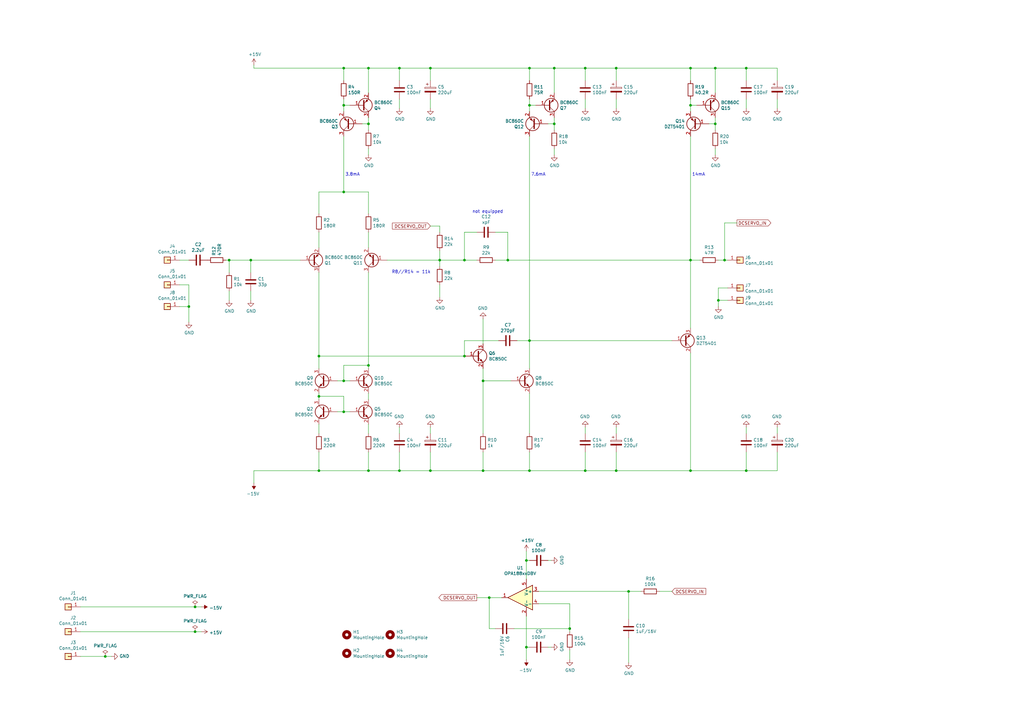
<source format=kicad_sch>
(kicad_sch (version 20211123) (generator eeschema)
  (paper "A3")
  (title_block (title "Discrete Pre-Amp") (date "2022-10-29") (rev "V7 BC850C/BC860C"))
  (lib_symbols
    (symbol "Amplifier_Operational:OPA188xxDBV" (pin_names (offset 0.127))
      (property "Reference" "U" (at 0 5.08 0))
      (property "Value" "OPA188xxDBV" (at 0 -5.08 0))
      (symbol "OPA188xxDBV_0_1"
        (polyline (pts (xy -5.08 5.08) (xy 5.08 0) (xy -5.08 -5.08) (xy -5.08 5.08)) (stroke (width 0.254)) (fill (type background)))
        (pin power_in line (at -2.54 -7.62 90) (length 3.81) (name "V-") (number "2"))
        (pin power_in line (at -2.54 7.62 270) (length 3.81) (name "V+") (number "5"))
      )
      (symbol "OPA188xxDBV_1_1"
        (pin output line (at 7.62 0 180) (length 2.54) (name "~") (number "1"))
        (pin input line (at -7.62 2.54 0) (length 2.54) (name "+") (number "3"))
        (pin input line (at -7.62 -2.54 0) (length 2.54) (name "-") (number "4"))
      )
    )
    (symbol "Connector_Generic:Conn_01x01" (pin_names (offset 1.016) hide)
      (property "Reference" "J" (at 0 2.54 0))
      (property "Value" "Conn_01x01" (at 0 -2.54 0))
      (symbol "Conn_01x01_1_1"
        (rectangle (start -1.27 0.127) (end 0 -0.127) (stroke (width 0.1524)))
        (rectangle (start -1.27 1.27) (end 1.27 -1.27) (stroke (width 0.254)) (fill (type background)))
        (pin passive line (at -5.08 0 0) (length 3.81) (name "Pin_1") (number "1"))
      )
    )
    (symbol "Device:C" (pin_numbers hide) (pin_names (offset 0.254))
      (property "Reference" "C" (at 0.635 2.54 0))
      (property "Value" "C" (at 0.635 -2.54 0))
      (symbol "C_0_1"
        (polyline (pts (xy -2.032 -0.762) (xy 2.032 -0.762)) (stroke (width 0.508)))
        (polyline (pts (xy -2.032 0.762) (xy 2.032 0.762)) (stroke (width 0.508)))
      )
      (symbol "C_1_1"
        (pin passive line (at 0 3.81 270) (length 2.794) (name "~") (number "1"))
        (pin passive line (at 0 -3.81 90) (length 2.794) (name "~") (number "2"))
      )
    )
    (symbol "Device:C_Polarized" (pin_numbers hide) (pin_names (offset 0.254))
      (property "Reference" "C" (at 0.635 2.54 0))
      (property "Value" "C_Polarized" (at 0.635 -2.54 0))
      (symbol "C_Polarized_0_1"
        (rectangle (start -2.286 0.508) (end 2.286 1.016))
        (polyline (pts (xy -1.778 2.286) (xy -0.762 2.286)))
        (polyline (pts (xy -1.27 2.794) (xy -1.27 1.778)))
        (rectangle (start 2.286 -0.508) (end -2.286 -1.016) (fill (type outline)))
      )
      (symbol "C_Polarized_1_1"
        (pin passive line (at 0 3.81 270) (length 2.794) (name "~") (number "1"))
        (pin passive line (at 0 -3.81 90) (length 2.794) (name "~") (number "2"))
      )
    )
    (symbol "Device:R" (pin_numbers hide) (pin_names (offset 0))
      (property "Reference" "R" (at 2.032 0 90))
      (property "Value" "R" (at 0 0 90))
      (symbol "R_0_1"
        (rectangle (start -1.016 -2.54) (end 1.016 2.54) (stroke (width 0.254)))
      )
      (symbol "R_1_1"
        (pin passive line (at 0 3.81 270) (length 1.27) (name "~") (number "1"))
        (pin passive line (at 0 -3.81 90) (length 1.27) (name "~") (number "2"))
      )
    )
    (symbol "Mechanical:MountingHole" (pin_names (offset 1.016))
      (property "Reference" "H" (at 0 5.08 0))
      (property "Value" "MountingHole" (at 0 3.175 0))
      (symbol "MountingHole_0_1"
        (circle (center 0 0) (radius 1.27) (stroke (width 1.27)))
      )
    )
    (symbol "Transistor_BJT:BC850" (pin_names (offset 0) hide)
      (property "Reference" "Q" (at 5.08 1.905 0))
      (property "Value" "BC850" (at 5.08 0 0))
      (symbol "BC850_0_1"
        (polyline (pts (xy 0.635 0.635) (xy 2.54 2.54)))
        (polyline (pts (xy 0.635 -0.635) (xy 2.54 -2.54) (xy 2.54 -2.54)))
        (polyline (pts (xy 0.635 1.905) (xy 0.635 -1.905) (xy 0.635 -1.905)) (stroke (width 0.508)))
        (polyline (pts (xy 1.27 -1.778) (xy 1.778 -1.27) (xy 2.286 -2.286) (xy 1.27 -1.778) (xy 1.27 -1.778)) (fill (type outline)))
        (circle (center 1.27 0) (radius 2.8194) (stroke (width 0.254)))
      )
      (symbol "BC850_1_1"
        (pin input line (at -5.08 0 0) (length 5.715) (name "B") (number "1"))
        (pin passive line (at 2.54 -5.08 90) (length 2.54) (name "E") (number "2"))
        (pin passive line (at 2.54 5.08 270) (length 2.54) (name "C") (number "3"))
      )
    )
    (symbol "Transistor_BJT:BC860" (pin_names (offset 0) hide)
      (property "Reference" "Q" (at 5.08 1.905 0))
      (property "Value" "BC860" (at 5.08 0 0))
      (symbol "BC860_0_1"
        (polyline (pts (xy 0.635 0.635) (xy 2.54 2.54)))
        (polyline (pts (xy 0.635 -0.635) (xy 2.54 -2.54) (xy 2.54 -2.54)))
        (polyline (pts (xy 0.635 1.905) (xy 0.635 -1.905) (xy 0.635 -1.905)) (stroke (width 0.508)))
        (polyline (pts (xy 2.286 -1.778) (xy 1.778 -2.286) (xy 1.27 -1.27) (xy 2.286 -1.778) (xy 2.286 -1.778)) (fill (type outline)))
        (circle (center 1.27 0) (radius 2.8194) (stroke (width 0.254)))
      )
      (symbol "BC860_1_1"
        (pin input line (at -5.08 0 0) (length 5.715) (name "B") (number "1"))
        (pin passive line (at 2.54 -5.08 90) (length 2.54) (name "E") (number "2"))
        (pin passive line (at 2.54 5.08 270) (length 2.54) (name "C") (number "3"))
      )
    )
    (symbol "kicad-snk:DZT5401" (pin_names (offset 0) hide)
      (property "Reference" "Q" (at 5.08 1.905 0))
      (property "Value" "kicad-snk_DZT5401" (at 5.08 0 0))
      (symbol "DZT5401_0_1"
        (polyline (pts (xy 0.635 0.635) (xy 2.54 2.54)))
        (polyline (pts (xy 0.635 -0.635) (xy 2.54 -2.54) (xy 2.54 -2.54)))
        (polyline (pts (xy 0.635 1.905) (xy 0.635 -1.905) (xy 0.635 -1.905)) (stroke (width 0.508)))
        (polyline (pts (xy 2.286 -1.778) (xy 1.778 -2.286) (xy 1.27 -1.27) (xy 2.286 -1.778) (xy 2.286 -1.778)) (fill (type outline)))
        (circle (center 1.27 0) (radius 2.8194) (stroke (width 0.254)))
      )
      (symbol "DZT5401_1_1"
        (pin input line (at -5.08 0 0) (length 5.715) (name "B") (number "1"))
        (pin passive line (at 2.54 5.08 270) (length 2.54) (name "C") (number "2"))
        (pin passive line (at 2.54 -5.08 90) (length 2.54) (name "E") (number "3"))
      )
    )
    (symbol "power:+15V" (power) (pin_names (offset 0))
      (property "Value" "+15V" (at 0 3.556 0))
      (symbol "+15V_0_1"
        (polyline (pts (xy -0.762 1.27) (xy 0 2.54)))
        (polyline (pts (xy 0 0) (xy 0 2.54)))
        (polyline (pts (xy 0 2.54) (xy 0.762 1.27)))
      )
      (symbol "+15V_1_1"
        (pin power_in line (at 0 0 90) (length 0) hide (name "+15V") (number "1"))
      )
    )
    (symbol "power:-15V" (power) (pin_names (offset 0))
      (property "Value" "-15V" (at 0 3.81 0))
      (symbol "-15V_0_0"
        (pin power_in line (at 0 0 90) (length 0) hide (name "-15V") (number "1"))
      )
      (symbol "-15V_0_1"
        (polyline (pts (xy 0 0) (xy 0 1.27) (xy 0.762 1.27) (xy 0 2.54) (xy -0.762 1.27) (xy 0 1.27)) (fill (type outline)))
      )
    )
    (symbol "power:GND" (power) (pin_names (offset 0))
      (property "Value" "GND" (at 0 -3.81 0))
      (symbol "GND_0_1"
        (polyline (pts (xy 0 0) (xy 0 -1.27) (xy 1.27 -1.27) (xy 0 -2.54) (xy -1.27 -1.27) (xy 0 -1.27)))
      )
      (symbol "GND_1_1"
        (pin power_in line (at 0 0 270) (length 0) hide (name "GND") (number "1"))
      )
    )
    (symbol "power:PWR_FLAG" (power) (pin_numbers hide) (pin_names (offset 0) hide)
      (property "Value" "PWR_FLAG" (at 0 3.81 0))
      (symbol "PWR_FLAG_0_0"
        (pin power_out line (at 0 0 90) (length 0) (name "pwr") (number "1"))
      )
      (symbol "PWR_FLAG_0_1"
        (polyline (pts (xy 0 0) (xy 0 1.27) (xy -1.016 1.905) (xy 0 2.54) (xy 1.016 1.905) (xy 0 1.27)))
      )
    )
  )
  (junction (at 140.97 43.18))
  (junction (at 163.83 193.04))
  (junction (at 140.97 168.91))
  (junction (at 80.01 248.92))
  (junction (at 140.97 156.21))
  (junction (at 227.33 27.94))
  (junction (at 151.13 149.86))
  (junction (at 80.01 259.08))
  (junction (at 294.64 123.19))
  (junction (at 227.33 50.8))
  (junction (at 293.37 50.8))
  (junction (at 102.87 106.68))
  (junction (at 130.81 162.56))
  (junction (at 93.98 106.68))
  (junction (at 198.12 156.21))
  (junction (at 190.5 106.68))
  (junction (at 297.18 106.68))
  (junction (at 140.97 27.94))
  (junction (at 176.53 27.94))
  (junction (at 283.21 106.68))
  (junction (at 217.17 193.04))
  (junction (at 198.12 193.04))
  (junction (at 240.03 193.04))
  (junction (at 293.37 27.94))
  (junction (at 151.13 193.04))
  (junction (at 217.17 139.7))
  (junction (at 163.83 27.94))
  (junction (at 252.73 193.04))
  (junction (at 240.03 27.94))
  (junction (at 215.9 265.43))
  (junction (at 130.81 193.04))
  (junction (at 215.9 229.87))
  (junction (at 77.47 125.73))
  (junction (at 233.68 257.81))
  (junction (at 151.13 27.94))
  (junction (at 283.21 27.94))
  (junction (at 140.97 78.74))
  (junction (at 130.81 146.05))
  (junction (at 43.18 269.24))
  (junction (at 151.13 50.8))
  (junction (at 257.81 242.57))
  (junction (at 217.17 27.94))
  (junction (at 200.66 245.11))
  (junction (at 306.07 193.04))
  (junction (at 176.53 193.04))
  (junction (at 190.5 146.05))
  (junction (at 217.17 43.18))
  (junction (at 252.73 27.94))
  (junction (at 306.07 27.94))
  (junction (at 283.21 193.04))
  (junction (at 283.21 43.18))
  (junction (at 208.28 106.68))
  (junction (at 180.34 106.68))
  (wire (pts (xy 298.45 106.68) (xy 297.18 106.68)))
  (wire (pts (xy 33.02 259.08) (xy 80.01 259.08)))
  (wire (pts (xy 190.5 139.7) (xy 204.47 139.7)))
  (wire (pts (xy 77.47 116.84) (xy 77.47 125.73)))
  (wire (pts (xy 302.26 91.44) (xy 297.18 91.44)))
  (wire (pts (xy 212.09 139.7) (xy 217.17 139.7)))
  (wire (pts (xy 233.68 266.7) (xy 233.68 270.51)))
  (wire (pts (xy 252.73 177.8) (xy 252.73 175.26)))
  (wire (pts (xy 180.34 106.68) (xy 190.5 106.68)))
  (wire (pts (xy 203.2 257.81) (xy 200.66 257.81)))
  (wire (pts (xy 208.28 95.25) (xy 208.28 106.68)))
  (wire (pts (xy 217.17 185.42) (xy 217.17 193.04)))
  (wire (pts (xy 163.83 27.94) (xy 176.53 27.94)))
  (wire (pts (xy 176.53 40.64) (xy 176.53 44.45)))
  (wire (pts (xy 130.81 193.04) (xy 130.81 185.42)))
  (wire (pts (xy 130.81 146.05) (xy 130.81 151.13)))
  (wire (pts (xy 283.21 55.88) (xy 283.21 106.68)))
  (wire (pts (xy 298.45 118.11) (xy 294.64 118.11)))
  (wire (pts (xy 227.33 60.96) (xy 227.33 63.5)))
  (wire (pts (xy 198.12 151.13) (xy 198.12 156.21)))
  (wire (pts (xy 104.14 27.94) (xy 140.97 27.94)))
  (wire (pts (xy 240.03 193.04) (xy 240.03 185.42)))
  (wire (pts (xy 227.33 27.94) (xy 240.03 27.94)))
  (wire (pts (xy 73.66 125.73) (xy 77.47 125.73)))
  (wire (pts (xy 217.17 229.87) (xy 215.9 229.87)))
  (wire (pts (xy 233.68 259.08) (xy 233.68 257.81)))
  (wire (pts (xy 195.58 245.11) (xy 200.66 245.11)))
  (wire (pts (xy 217.17 27.94) (xy 217.17 33.02)))
  (wire (pts (xy 217.17 43.18) (xy 219.71 43.18)))
  (wire (pts (xy 252.73 33.02) (xy 252.73 27.94)))
  (wire (pts (xy 151.13 193.04) (xy 130.81 193.04)))
  (wire (pts (xy 140.97 78.74) (xy 130.81 78.74)))
  (wire (pts (xy 217.17 27.94) (xy 227.33 27.94)))
  (wire (pts (xy 293.37 27.94) (xy 293.37 38.1)))
  (wire (pts (xy 138.43 168.91) (xy 140.97 168.91)))
  (wire (pts (xy 198.12 193.04) (xy 217.17 193.04)))
  (wire (pts (xy 151.13 78.74) (xy 140.97 78.74)))
  (wire (pts (xy 270.51 242.57) (xy 275.59 242.57)))
  (wire (pts (xy 240.03 27.94) (xy 252.73 27.94)))
  (wire (pts (xy 130.81 177.8) (xy 130.81 173.99)))
  (wire (pts (xy 220.98 242.57) (xy 257.81 242.57)))
  (wire (pts (xy 293.37 27.94) (xy 306.07 27.94)))
  (wire (pts (xy 140.97 27.94) (xy 151.13 27.94)))
  (wire (pts (xy 203.2 106.68) (xy 208.28 106.68)))
  (wire (pts (xy 190.5 106.68) (xy 195.58 106.68)))
  (wire (pts (xy 138.43 156.21) (xy 140.97 156.21)))
  (wire (pts (xy 151.13 27.94) (xy 151.13 38.1)))
  (wire (pts (xy 210.82 257.81) (xy 233.68 257.81)))
  (wire (pts (xy 240.03 177.8) (xy 240.03 175.26)))
  (wire (pts (xy 140.97 156.21) (xy 143.51 156.21)))
  (wire (pts (xy 104.14 198.12) (xy 104.14 193.04)))
  (wire (pts (xy 102.87 111.76) (xy 102.87 106.68)))
  (wire (pts (xy 293.37 60.96) (xy 293.37 63.5)))
  (wire (pts (xy 140.97 43.18) (xy 140.97 45.72)))
  (wire (pts (xy 73.66 106.68) (xy 77.47 106.68)))
  (wire (pts (xy 151.13 87.63) (xy 151.13 78.74)))
  (wire (pts (xy 290.83 50.8) (xy 293.37 50.8)))
  (wire (pts (xy 283.21 27.94) (xy 283.21 33.02)))
  (wire (pts (xy 158.75 106.68) (xy 180.34 106.68)))
  (wire (pts (xy 77.47 116.84) (xy 73.66 116.84)))
  (wire (pts (xy 140.97 43.18) (xy 143.51 43.18)))
  (wire (pts (xy 151.13 161.29) (xy 151.13 163.83)))
  (wire (pts (xy 163.83 193.04) (xy 176.53 193.04)))
  (wire (pts (xy 227.33 48.26) (xy 227.33 50.8)))
  (wire (pts (xy 306.07 177.8) (xy 306.07 175.26)))
  (wire (pts (xy 217.17 193.04) (xy 240.03 193.04)))
  (wire (pts (xy 130.81 162.56) (xy 140.97 162.56)))
  (wire (pts (xy 306.07 193.04) (xy 306.07 185.42)))
  (wire (pts (xy 209.55 156.21) (xy 198.12 156.21)))
  (wire (pts (xy 151.13 27.94) (xy 163.83 27.94)))
  (wire (pts (xy 217.17 151.13) (xy 217.17 139.7)))
  (wire (pts (xy 198.12 140.97) (xy 198.12 130.81)))
  (wire (pts (xy 176.53 193.04) (xy 176.53 185.42)))
  (wire (pts (xy 283.21 106.68) (xy 283.21 134.62)))
  (wire (pts (xy 215.9 265.43) (xy 215.9 270.51)))
  (wire (pts (xy 93.98 123.19) (xy 93.98 119.38)))
  (wire (pts (xy 151.13 149.86) (xy 151.13 151.13)))
  (wire (pts (xy 318.77 177.8) (xy 318.77 175.26)))
  (wire (pts (xy 318.77 40.64) (xy 318.77 44.45)))
  (wire (pts (xy 200.66 257.81) (xy 200.66 245.11)))
  (wire (pts (xy 151.13 193.04) (xy 163.83 193.04)))
  (wire (pts (xy 297.18 91.44) (xy 297.18 106.68)))
  (wire (pts (xy 227.33 50.8) (xy 227.33 53.34)))
  (wire (pts (xy 180.34 109.22) (xy 180.34 106.68)))
  (wire (pts (xy 163.83 33.02) (xy 163.83 27.94)))
  (wire (pts (xy 93.98 106.68) (xy 102.87 106.68)))
  (wire (pts (xy 130.81 78.74) (xy 130.81 87.63)))
  (wire (pts (xy 224.79 50.8) (xy 227.33 50.8)))
  (wire (pts (xy 283.21 193.04) (xy 306.07 193.04)))
  (wire (pts (xy 217.17 139.7) (xy 275.59 139.7)))
  (wire (pts (xy 318.77 27.94) (xy 306.07 27.94)))
  (wire (pts (xy 215.9 252.73) (xy 215.9 265.43)))
  (wire (pts (xy 252.73 193.04) (xy 240.03 193.04)))
  (wire (pts (xy 163.83 177.8) (xy 163.83 175.26)))
  (wire (pts (xy 140.97 40.64) (xy 140.97 43.18)))
  (wire (pts (xy 226.06 265.43) (xy 224.79 265.43)))
  (wire (pts (xy 226.06 229.87) (xy 224.79 229.87)))
  (wire (pts (xy 102.87 106.68) (xy 123.19 106.68)))
  (wire (pts (xy 240.03 33.02) (xy 240.03 27.94)))
  (wire (pts (xy 151.13 111.76) (xy 151.13 149.86)))
  (wire (pts (xy 217.17 43.18) (xy 217.17 45.72)))
  (wire (pts (xy 190.5 95.25) (xy 190.5 106.68)))
  (wire (pts (xy 180.34 95.25) (xy 180.34 92.71)))
  (wire (pts (xy 217.17 161.29) (xy 217.17 177.8)))
  (wire (pts (xy 306.07 33.02) (xy 306.07 27.94)))
  (wire (pts (xy 252.73 40.64) (xy 252.73 44.45)))
  (wire (pts (xy 287.02 106.68) (xy 283.21 106.68)))
  (wire (pts (xy 195.58 95.25) (xy 190.5 95.25)))
  (wire (pts (xy 293.37 48.26) (xy 293.37 50.8)))
  (wire (pts (xy 198.12 156.21) (xy 198.12 177.8)))
  (wire (pts (xy 180.34 116.84) (xy 180.34 121.92)))
  (wire (pts (xy 318.77 33.02) (xy 318.77 27.94)))
  (wire (pts (xy 176.53 27.94) (xy 217.17 27.94)))
  (wire (pts (xy 198.12 185.42) (xy 198.12 193.04)))
  (wire (pts (xy 293.37 50.8) (xy 293.37 53.34)))
  (wire (pts (xy 140.97 162.56) (xy 140.97 168.91)))
  (wire (pts (xy 252.73 193.04) (xy 252.73 185.42)))
  (wire (pts (xy 298.45 123.19) (xy 294.64 123.19)))
  (wire (pts (xy 180.34 102.87) (xy 180.34 106.68)))
  (wire (pts (xy 140.97 27.94) (xy 140.97 33.02)))
  (wire (pts (xy 283.21 40.64) (xy 283.21 43.18)))
  (wire (pts (xy 163.83 193.04) (xy 163.83 185.42)))
  (wire (pts (xy 180.34 92.71) (xy 176.53 92.71)))
  (wire (pts (xy 43.18 269.24) (xy 45.72 269.24)))
  (wire (pts (xy 283.21 144.78) (xy 283.21 193.04)))
  (wire (pts (xy 151.13 101.6) (xy 151.13 95.25)))
  (wire (pts (xy 102.87 123.19) (xy 102.87 119.38)))
  (wire (pts (xy 77.47 125.73) (xy 77.47 132.08)))
  (wire (pts (xy 130.81 101.6) (xy 130.81 95.25)))
  (wire (pts (xy 151.13 185.42) (xy 151.13 193.04)))
  (wire (pts (xy 318.77 193.04) (xy 306.07 193.04)))
  (wire (pts (xy 176.53 177.8) (xy 176.53 175.26)))
  (wire (pts (xy 233.68 257.81) (xy 233.68 247.65)))
  (wire (pts (xy 318.77 193.04) (xy 318.77 185.42)))
  (wire (pts (xy 104.14 27.94) (xy 104.14 26.67)))
  (wire (pts (xy 130.81 111.76) (xy 130.81 146.05)))
  (wire (pts (xy 151.13 50.8) (xy 151.13 53.34)))
  (wire (pts (xy 130.81 162.56) (xy 130.81 163.83)))
  (wire (pts (xy 217.17 55.88) (xy 217.17 139.7)))
  (wire (pts (xy 80.01 259.08) (xy 82.55 259.08)))
  (wire (pts (xy 252.73 27.94) (xy 283.21 27.94)))
  (wire (pts (xy 257.81 254) (xy 257.81 242.57)))
  (wire (pts (xy 203.2 95.25) (xy 208.28 95.25)))
  (wire (pts (xy 306.07 44.45) (xy 306.07 40.64)))
  (wire (pts (xy 215.9 226.06) (xy 215.9 229.87)))
  (wire (pts (xy 93.98 111.76) (xy 93.98 106.68)))
  (wire (pts (xy 130.81 146.05) (xy 190.5 146.05)))
  (wire (pts (xy 33.02 269.24) (xy 43.18 269.24)))
  (wire (pts (xy 130.81 161.29) (xy 130.81 162.56)))
  (wire (pts (xy 233.68 247.65) (xy 220.98 247.65)))
  (wire (pts (xy 283.21 27.94) (xy 293.37 27.94)))
  (wire (pts (xy 163.83 44.45) (xy 163.83 40.64)))
  (wire (pts (xy 217.17 265.43) (xy 215.9 265.43)))
  (wire (pts (xy 208.28 106.68) (xy 283.21 106.68)))
  (wire (pts (xy 190.5 139.7) (xy 190.5 146.05)))
  (wire (pts (xy 257.81 242.57) (xy 262.89 242.57)))
  (wire (pts (xy 294.64 118.11) (xy 294.64 123.19)))
  (wire (pts (xy 151.13 48.26) (xy 151.13 50.8)))
  (wire (pts (xy 140.97 55.88) (xy 140.97 78.74)))
  (wire (pts (xy 252.73 193.04) (xy 283.21 193.04)))
  (wire (pts (xy 217.17 40.64) (xy 217.17 43.18)))
  (wire (pts (xy 140.97 156.21) (xy 140.97 149.86)))
  (wire (pts (xy 151.13 177.8) (xy 151.13 173.99)))
  (wire (pts (xy 227.33 27.94) (xy 227.33 38.1)))
  (wire (pts (xy 215.9 229.87) (xy 215.9 237.49)))
  (wire (pts (xy 33.02 248.92) (xy 80.01 248.92)))
  (wire (pts (xy 140.97 149.86) (xy 151.13 149.86)))
  (wire (pts (xy 176.53 193.04) (xy 198.12 193.04)))
  (wire (pts (xy 283.21 43.18) (xy 283.21 45.72)))
  (wire (pts (xy 240.03 44.45) (xy 240.03 40.64)))
  (wire (pts (xy 140.97 168.91) (xy 143.51 168.91)))
  (wire (pts (xy 297.18 106.68) (xy 294.64 106.68)))
  (wire (pts (xy 294.64 123.19) (xy 294.64 125.73)))
  (wire (pts (xy 200.66 245.11) (xy 205.74 245.11)))
  (wire (pts (xy 283.21 43.18) (xy 285.75 43.18)))
  (wire (pts (xy 80.01 248.92) (xy 82.55 248.92)))
  (wire (pts (xy 92.71 106.68) (xy 93.98 106.68)))
  (wire (pts (xy 176.53 33.02) (xy 176.53 27.94)))
  (wire (pts (xy 104.14 193.04) (xy 130.81 193.04)))
  (wire (pts (xy 257.81 271.78) (xy 257.81 261.62)))
  (wire (pts (xy 151.13 60.96) (xy 151.13 63.5)))
  (wire (pts (xy 148.59 50.8) (xy 151.13 50.8)))
  (text "R8//R14 = 11k" (at 160.655 112.395 0) (effects (font (size 1.27 1.27)) (justify left bottom)))
  (text "14mA" (at 283.845 72.39 0) (effects (font (size 1.27 1.27)) (justify left bottom)))
  (text "3.8mA" (at 141.605 72.39 0) (effects (font (size 1.27 1.27)) (justify left bottom)))
  (text "not equipped" (at 193.675 87.63 0) (effects (font (size 1.27 1.27)) (justify left bottom)))
  (text "7.6mA" (at 217.805 72.39 0) (effects (font (size 1.27 1.27)) (justify left bottom)))
  (global_label "DCSERVO_IN" (shape output) (at 302.26 91.44 0) (property "Intersheet References" "${INTERSHEET_REFS}" (effects hide)))
  (global_label "DCSERVO_IN" (shape input) (at 275.59 242.57 0) (property "Intersheet References" "${INTERSHEET_REFS}" (effects hide)))
  (global_label "DCSERVO_OUT" (shape output) (at 195.58 245.11 180) (property "Intersheet References" "${INTERSHEET_REFS}" (effects hide)))
  (global_label "DCSERVO_OUT" (shape input) (at 176.53 92.71 180) (property "Intersheet References" "${INTERSHEET_REFS}" (effects hide)))
  (symbol (lib_id "Device:R") (at 151.13 181.61 0) (unit 1)
    (property "Reference" "R6" (at 152.908 180.4416 0) (effects (justify left)))
    (property "Value" "220R" (at 152.908 182.753 0) (effects (justify left)))
    (property "Footprint" "Resistor_SMD:R_0805_2012Metric_Pad1.20x1.40mm_HandSolder" (effects hide))
  )
  (symbol (lib_id "Device:C") (at 81.28 106.68 270) (unit 1)
    (property "Reference" "C2" (at 81.28 100.2792 90))
    (property "Value" "2.2uF" (at 81.28 102.5906 90))
    (property "Footprint" "Capacitor_THT:C_Rect_L7.2mm_W7.2mm_P5.00mm_FKS2_FKP2_MKS2_MKP2" (effects hide))
  )
  (symbol (lib_id "power:GND") (at 93.98 123.19 0) (unit 1)
    (property "Reference" "#PWR09" (effects hide))
    (property "Value" "GND" (at 94.107 127.5842 0))
  )
  (symbol (lib_id "Device:R") (at 130.81 181.61 0) (unit 1)
    (property "Reference" "R3" (at 132.588 180.4416 0) (effects (justify left)))
    (property "Value" "220R" (at 132.588 182.753 0) (effects (justify left)))
    (property "Footprint" "Resistor_SMD:R_0805_2012Metric_Pad1.20x1.40mm_HandSolder" (effects hide))
  )
  (symbol (lib_id "Device:R") (at 93.98 115.57 0) (unit 1)
    (property "Reference" "R1" (at 95.758 114.4016 0) (effects (justify left)))
    (property "Value" "10k" (at 95.758 116.713 0) (effects (justify left)))
    (property "Footprint" "Resistor_SMD:R_0805_2012Metric_Pad1.20x1.40mm_HandSolder" (effects hide))
  )
  (symbol (lib_id "Device:R") (at 180.34 113.03 0) (unit 1)
    (property "Reference" "R8" (at 182.118 111.8616 0) (effects (justify left)))
    (property "Value" "22k" (at 182.118 114.173 0) (effects (justify left)))
    (property "Footprint" "Resistor_SMD:R_0805_2012Metric_Pad1.20x1.40mm_HandSolder" (effects hide))
  )
  (symbol (lib_id "Device:R") (at 199.39 106.68 270) (unit 1)
    (property "Reference" "R9" (at 199.39 101.4222 90))
    (property "Value" "22k" (at 199.39 103.7336 90))
    (property "Footprint" "Resistor_SMD:R_0805_2012Metric_Pad1.20x1.40mm_HandSolder" (effects hide))
  )
  (symbol (lib_id "Device:R") (at 130.81 91.44 0) (unit 1)
    (property "Reference" "R2" (at 132.588 90.2716 0) (effects (justify left)))
    (property "Value" "180R" (at 132.588 92.583 0) (effects (justify left)))
    (property "Footprint" "Resistor_SMD:R_0805_2012Metric_Pad1.20x1.40mm_HandSolder" (effects hide))
  )
  (symbol (lib_id "Device:R") (at 151.13 91.44 0) (unit 1)
    (property "Reference" "R5" (at 152.908 90.2716 0) (effects (justify left)))
    (property "Value" "180R" (at 152.908 92.583 0) (effects (justify left)))
    (property "Footprint" "Resistor_SMD:R_0805_2012Metric_Pad1.20x1.40mm_HandSolder" (effects hide))
  )
  (symbol (lib_id "Transistor_BJT:BC860") (at 224.79 43.18 0) (mirror x) (unit 1)
    (property "Reference" "Q7" (at 229.6414 44.3484 0) (effects (justify left)))
    (property "Value" "BC860C" (at 229.6414 42.037 0) (effects (justify left)))
    (property "Footprint" "Package_TO_SOT_SMD:SOT-23" (effects hide))
    (property "Datasheet" "http://www.infineon.com/dgdl/Infineon-BC857SERIES_BC858SERIES_BC859SERIES_BC860SERIES-DS-v01_01-en.pdf?fileId=db3a304314dca389011541da0e3a1661" (effects hide))
  )
  (symbol (lib_id "Device:R") (at 217.17 36.83 0) (unit 1)
    (property "Reference" "R11" (at 218.948 35.6616 0) (effects (justify left)))
    (property "Value" "75R" (at 218.948 37.973 0) (effects (justify left)))
    (property "Footprint" "Resistor_SMD:R_0805_2012Metric_Pad1.20x1.40mm_HandSolder" (effects hide))
  )
  (symbol (lib_id "Transistor_BJT:BC850") (at 195.58 146.05 0) (unit 1)
    (property "Reference" "Q6" (at 200.4314 144.8816 0) (effects (justify left)))
    (property "Value" "BC850C" (at 200.4314 147.193 0) (effects (justify left)))
    (property "Footprint" "Package_TO_SOT_SMD:SOT-23" (effects hide))
    (property "Datasheet" "http://www.infineon.com/dgdl/Infineon-BC847SERIES_BC848SERIES_BC849SERIES_BC850SERIES-DS-v01_01-en.pdf?fileId=db3a304314dca389011541d4630a1657" (effects hide))
  )
  (symbol (lib_id "Transistor_BJT:BC850") (at 214.63 156.21 0) (unit 1)
    (property "Reference" "Q8" (at 219.4814 155.0416 0) (effects (justify left)))
    (property "Value" "BC850C" (at 219.4814 157.353 0) (effects (justify left)))
    (property "Footprint" "Package_TO_SOT_SMD:SOT-23" (effects hide))
    (property "Datasheet" "http://www.infineon.com/dgdl/Infineon-BC847SERIES_BC848SERIES_BC849SERIES_BC850SERIES-DS-v01_01-en.pdf?fileId=db3a304314dca389011541d4630a1657" (effects hide))
  )
  (symbol (lib_id "Device:R") (at 198.12 181.61 0) (unit 1)
    (property "Reference" "R10" (at 199.898 180.4416 0) (effects (justify left)))
    (property "Value" "1k" (at 199.898 182.753 0) (effects (justify left)))
    (property "Footprint" "Resistor_SMD:R_0805_2012Metric_Pad1.20x1.40mm_HandSolder" (effects hide))
  )
  (symbol (lib_id "power:GND") (at 180.34 121.92 0) (unit 1)
    (property "Reference" "#PWR013" (effects hide))
    (property "Value" "GND" (at 180.467 126.3142 0))
  )
  (symbol (lib_id "Device:C") (at 208.28 139.7 270) (unit 1)
    (property "Reference" "C7" (at 208.28 133.2992 90))
    (property "Value" "270pF" (at 208.28 135.6106 90))
    (property "Footprint" "Capacitor_SMD:C_0805_2012Metric_Pad1.18x1.45mm_HandSolder" (effects hide))
  )
  (symbol (lib_id "power:GND") (at 198.12 130.81 180) (unit 1)
    (property "Reference" "#PWR014" (effects hide))
    (property "Value" "GND" (at 197.993 126.4158 0))
  )
  (symbol (lib_id "power:GND") (at 77.47 132.08 0) (unit 1)
    (property "Reference" "#PWR04" (effects hide))
    (property "Value" "GND" (at 77.597 136.4742 0))
  )
  (symbol (lib_id "Mechanical:MountingHole") (at 142.24 260.35 0) (unit 1)
    (property "Reference" "H1" (at 144.78 259.1816 0) (effects (justify left)))
    (property "Value" "MountingHole" (at 144.78 261.493 0) (effects (justify left)))
    (property "Footprint" "MountingHole:MountingHole_3.2mm_M3" (effects hide))
  )
  (symbol (lib_id "Mechanical:MountingHole") (at 160.02 260.35 0) (unit 1)
    (property "Reference" "H3" (at 162.56 259.1816 0) (effects (justify left)))
    (property "Value" "MountingHole" (at 162.56 261.493 0) (effects (justify left)))
    (property "Footprint" "MountingHole:MountingHole_3.2mm_M3" (effects hide))
  )
  (symbol (lib_id "Mechanical:MountingHole") (at 142.24 267.97 0) (unit 1)
    (property "Reference" "H2" (at 144.78 266.8016 0) (effects (justify left)))
    (property "Value" "MountingHole" (at 144.78 269.113 0) (effects (justify left)))
    (property "Footprint" "MountingHole:MountingHole_3.2mm_M3" (effects hide))
  )
  (symbol (lib_id "Mechanical:MountingHole") (at 160.02 267.97 0) (unit 1)
    (property "Reference" "H4" (at 162.56 266.8016 0) (effects (justify left)))
    (property "Value" "MountingHole" (at 162.56 269.113 0) (effects (justify left)))
    (property "Footprint" "MountingHole:MountingHole_3.2mm_M3" (effects hide))
  )
  (symbol (lib_id "Connector_Generic:Conn_01x01") (at 68.58 106.68 180) (unit 1)
    (property "Reference" "J4" (at 70.6628 100.965 0))
    (property "Value" "Conn_01x01" (at 70.6628 103.2764 0))
    (property "Footprint" "Connector_Pin:Pin_D1.0mm_L10.0mm" (effects hide))
  )
  (symbol (lib_id "Connector_Generic:Conn_01x01") (at 68.58 116.84 180) (unit 1)
    (property "Reference" "J5" (at 70.6628 111.125 0))
    (property "Value" "Conn_01x01" (at 70.6628 113.4364 0))
    (property "Footprint" "Connector_Pin:Pin_D1.0mm_L10.0mm" (effects hide))
  )
  (symbol (lib_id "power:+15V") (at 104.14 26.67 0) (unit 1)
    (property "Reference" "#PWR05" (effects hide))
    (property "Value" "+15V" (at 104.521 22.2758 0))
  )
  (symbol (lib_id "power:-15V") (at 104.14 198.12 180) (unit 1)
    (property "Reference" "#PWR08" (effects hide))
    (property "Value" "-15V" (at 103.759 202.5142 0))
  )
  (symbol (lib_id "Connector_Generic:Conn_01x01") (at 303.53 106.68 0) (unit 1)
    (property "Reference" "J6" (at 305.562 105.6132 0) (effects (justify left)))
    (property "Value" "Conn_01x01" (at 305.562 107.9246 0) (effects (justify left)))
    (property "Footprint" "Connector_Pin:Pin_D1.0mm_L10.0mm" (effects hide))
  )
  (symbol (lib_id "Connector_Generic:Conn_01x01") (at 303.53 118.11 0) (unit 1)
    (property "Reference" "J7" (at 305.562 117.0432 0) (effects (justify left)))
    (property "Value" "Conn_01x01" (at 305.562 119.3546 0) (effects (justify left)))
    (property "Footprint" "Connector_Pin:Pin_D1.0mm_L10.0mm" (effects hide))
  )
  (symbol (lib_id "Device:R") (at 290.83 106.68 270) (unit 1)
    (property "Reference" "R13" (at 290.83 101.4222 90))
    (property "Value" "47R" (at 290.83 103.7336 90))
    (property "Footprint" "Resistor_SMD:R_0805_2012Metric_Pad1.20x1.40mm_HandSolder" (effects hide))
  )
  (symbol (lib_id "power:GND") (at 294.64 125.73 0) (unit 1)
    (property "Reference" "#PWR015" (effects hide))
    (property "Value" "GND" (at 294.767 130.1242 0))
  )
  (symbol (lib_id "Device:C") (at 199.39 95.25 270) (unit 1)
    (property "Reference" "C12" (at 199.39 88.8492 90))
    (property "Value" "xpF" (at 199.39 91.1606 90))
    (property "Footprint" "Capacitor_SMD:C_0805_2012Metric_Pad1.18x1.45mm_HandSolder" (effects hide))
  )
  (symbol (lib_id "Connector_Generic:Conn_01x01") (at 27.94 259.08 180) (unit 1)
    (property "Reference" "J2" (at 30.0228 253.365 0))
    (property "Value" "Conn_01x01" (at 30.0228 255.6764 0))
    (property "Footprint" "Connector_Pin:Pin_D1.0mm_L10.0mm" (effects hide))
  )
  (symbol (lib_id "Connector_Generic:Conn_01x01") (at 27.94 269.24 180) (unit 1)
    (property "Reference" "J3" (at 30.0228 263.525 0))
    (property "Value" "Conn_01x01" (at 30.0228 265.8364 0))
    (property "Footprint" "Connector_Pin:Pin_D1.0mm_L10.0mm" (effects hide))
  )
  (symbol (lib_id "Connector_Generic:Conn_01x01") (at 27.94 248.92 180) (unit 1)
    (property "Reference" "J1" (at 30.0228 243.205 0))
    (property "Value" "Conn_01x01" (at 30.0228 245.5164 0))
    (property "Footprint" "Connector_Pin:Pin_D1.0mm_L10.0mm" (effects hide))
  )
  (symbol (lib_id "power:GND") (at 45.72 269.24 90) (unit 1)
    (property "Reference" "#PWR0101" (effects hide))
    (property "Value" "GND" (at 48.9712 269.113 90) (effects (justify right)))
  )
  (symbol (lib_id "power:+15V") (at 82.55 259.08 270) (unit 1)
    (property "Reference" "#PWR0102" (effects hide))
    (property "Value" "+15V" (at 85.8012 259.461 90) (effects (justify left)))
  )
  (symbol (lib_id "power:-15V") (at 82.55 248.92 270) (unit 1)
    (property "Reference" "#PWR0103" (effects hide))
    (property "Value" "-15V" (at 85.8012 249.301 90) (effects (justify left)))
  )
  (symbol (lib_id "power:PWR_FLAG") (at 43.18 269.24 0) (unit 1)
    (property "Reference" "#FLG0101" (effects hide))
    (property "Value" "PWR_FLAG" (at 43.18 264.8458 0))
  )
  (symbol (lib_id "power:PWR_FLAG") (at 80.01 248.92 0) (unit 1)
    (property "Reference" "#FLG0102" (effects hide))
    (property "Value" "PWR_FLAG" (at 80.01 244.5258 0))
  )
  (symbol (lib_id "power:PWR_FLAG") (at 80.01 259.08 0) (unit 1)
    (property "Reference" "#FLG0103" (effects hide))
    (property "Value" "PWR_FLAG" (at 80.01 254.6858 0))
  )
  (symbol (lib_id "Transistor_BJT:BC860") (at 143.51 50.8 180) (unit 1)
    (property "Reference" "Q3" (at 138.6586 51.9684 0) (effects (justify left)))
    (property "Value" "BC860C" (at 138.6586 49.657 0) (effects (justify left)))
    (property "Footprint" "Package_TO_SOT_SMD:SOT-23" (effects hide))
    (property "Datasheet" "http://www.infineon.com/dgdl/Infineon-BC857SERIES_BC858SERIES_BC859SERIES_BC860SERIES-DS-v01_01-en.pdf?fileId=db3a304314dca389011541da0e3a1661" (effects hide))
  )
  (symbol (lib_id "Transistor_BJT:BC860") (at 148.59 43.18 0) (mirror x) (unit 1)
    (property "Reference" "Q4" (at 153.4414 44.3484 0) (effects (justify left)))
    (property "Value" "BC860C" (at 153.4414 42.037 0) (effects (justify left)))
    (property "Footprint" "Package_TO_SOT_SMD:SOT-23" (effects hide))
    (property "Datasheet" "http://www.infineon.com/dgdl/Infineon-BC857SERIES_BC858SERIES_BC859SERIES_BC860SERIES-DS-v01_01-en.pdf?fileId=db3a304314dca389011541da0e3a1661" (effects hide))
  )
  (symbol (lib_id "Device:R") (at 266.7 242.57 270) (unit 1)
    (property "Reference" "R16" (at 266.7 237.3122 90))
    (property "Value" "100k" (at 266.7 239.6236 90))
    (property "Footprint" "Resistor_SMD:R_0805_2012Metric_Pad1.20x1.40mm_HandSolder" (effects hide))
  )
  (symbol (lib_id "Device:C") (at 257.81 257.81 180) (unit 1)
    (property "Reference" "C10" (at 260.731 256.6416 0) (effects (justify right)))
    (property "Value" "1uF/16V" (at 260.731 258.953 0) (effects (justify right)))
    (property "Footprint" "Capacitor_SMD:C_1210_3225Metric_Pad1.33x2.70mm_HandSolder" (effects hide))
  )
  (symbol (lib_id "Device:R") (at 233.68 262.89 0) (unit 1)
    (property "Reference" "R15" (at 235.458 261.7216 0) (effects (justify left)))
    (property "Value" "100k" (at 235.458 264.033 0) (effects (justify left)))
    (property "Footprint" "Resistor_SMD:R_0805_2012Metric_Pad1.20x1.40mm_HandSolder" (effects hide))
  )
  (symbol (lib_id "Device:C") (at 207.01 257.81 90) (unit 1)
    (property "Reference" "C6" (at 208.1784 260.731 0) (effects (justify right)))
    (property "Value" "1uF/16V" (at 205.867 260.731 0) (effects (justify right)))
    (property "Footprint" "Capacitor_SMD:C_1210_3225Metric_Pad1.33x2.70mm_HandSolder" (effects hide))
  )
  (symbol (lib_id "Device:C") (at 220.98 229.87 270) (unit 1)
    (property "Reference" "C8" (at 220.98 223.4692 90))
    (property "Value" "100nF" (at 220.98 225.7806 90))
    (property "Footprint" "Capacitor_SMD:C_0603_1608Metric_Pad1.08x0.95mm_HandSolder" (effects hide))
  )
  (symbol (lib_id "power:+15V") (at 215.9 226.06 0) (unit 1)
    (property "Reference" "#PWR0104" (effects hide))
    (property "Value" "+15V" (at 216.281 221.6658 0))
  )
  (symbol (lib_id "power:-15V") (at 215.9 270.51 180) (unit 1)
    (property "Reference" "#PWR0105" (effects hide))
    (property "Value" "-15V" (at 215.519 274.9042 0))
  )
  (symbol (lib_id "Device:C") (at 220.98 265.43 270) (unit 1)
    (property "Reference" "C9" (at 220.98 259.0292 90))
    (property "Value" "100nF" (at 220.98 261.3406 90))
    (property "Footprint" "Capacitor_SMD:C_0603_1608Metric_Pad1.08x0.95mm_HandSolder" (effects hide))
  )
  (symbol (lib_id "power:GND") (at 226.06 265.43 90) (unit 1)
    (property "Reference" "#PWR0106" (effects hide))
    (property "Value" "GND" (at 230.4542 265.303 0))
  )
  (symbol (lib_id "power:GND") (at 233.68 270.51 0) (unit 1)
    (property "Reference" "#PWR0107" (effects hide))
    (property "Value" "GND" (at 233.807 274.9042 0))
  )
  (symbol (lib_id "power:GND") (at 257.81 271.78 0) (unit 1)
    (property "Reference" "#PWR0108" (effects hide))
    (property "Value" "GND" (at 257.937 276.1742 0))
  )
  (symbol (lib_id "Amplifier_Operational:OPA188xxDBV") (at 213.36 245.11 0) (mirror y) (unit 1)
    (property "Reference" "U1" (at 213.36 232.8926 0))
    (property "Value" "OPA188xxDBV" (at 213.36 235.204 0))
    (property "Footprint" "Package_TO_SOT_SMD:TSOT-23-5" (effects hide))
    (property "Datasheet" "http://www.ti.com/lit/ds/symlink/opa188.pdf" (effects hide))
  )
  (symbol (lib_id "power:GND") (at 226.06 229.87 90) (unit 1)
    (property "Reference" "#PWR0109" (effects hide))
    (property "Value" "GND" (at 230.4542 229.743 0))
  )
  (symbol (lib_id "Device:R") (at 180.34 99.06 0) (unit 1)
    (property "Reference" "R14" (at 182.118 97.8916 0) (effects (justify left)))
    (property "Value" "22k" (at 182.118 100.203 0) (effects (justify left)))
    (property "Footprint" "Resistor_SMD:R_0805_2012Metric_Pad1.20x1.40mm_HandSolder" (effects hide))
  )
  (symbol (lib_id "Device:R") (at 140.97 36.83 0) (unit 1)
    (property "Reference" "R4" (at 142.748 35.6616 0) (effects (justify left)))
    (property "Value" "150R" (at 142.748 37.973 0) (effects (justify left)))
    (property "Footprint" "Resistor_SMD:R_0805_2012Metric_Pad1.20x1.40mm_HandSolder" (effects hide))
  )
  (symbol (lib_id "Device:R") (at 151.13 57.15 0) (unit 1)
    (property "Reference" "R7" (at 152.908 55.9816 0) (effects (justify left)))
    (property "Value" "10k" (at 152.908 58.293 0) (effects (justify left)))
    (property "Footprint" "Resistor_SMD:R_0805_2012Metric_Pad1.20x1.40mm_HandSolder" (effects hide))
  )
  (symbol (lib_id "power:GND") (at 151.13 63.5 0) (unit 1)
    (property "Reference" "#PWR0110" (effects hide))
    (property "Value" "GND" (at 151.257 67.8942 0))
  )
  (symbol (lib_id "Transistor_BJT:BC850") (at 133.35 168.91 0) (mirror y) (unit 1)
    (property "Reference" "Q2" (at 128.4986 167.7416 0) (effects (justify left)))
    (property "Value" "BC850C" (at 128.4986 170.053 0) (effects (justify left)))
    (property "Footprint" "Package_TO_SOT_SMD:SOT-23" (effects hide))
    (property "Datasheet" "http://www.infineon.com/dgdl/Infineon-BC847SERIES_BC848SERIES_BC849SERIES_BC850SERIES-DS-v01_01-en.pdf?fileId=db3a304314dca389011541d4630a1657" (effects hide))
  )
  (symbol (lib_id "Transistor_BJT:BC850") (at 148.59 168.91 0) (unit 1)
    (property "Reference" "Q5" (at 153.4414 167.7416 0) (effects (justify left)))
    (property "Value" "BC850C" (at 153.4414 170.053 0) (effects (justify left)))
    (property "Footprint" "Package_TO_SOT_SMD:SOT-23" (effects hide))
    (property "Datasheet" "http://www.infineon.com/dgdl/Infineon-BC847SERIES_BC848SERIES_BC849SERIES_BC850SERIES-DS-v01_01-en.pdf?fileId=db3a304314dca389011541d4630a1657" (effects hide))
  )
  (symbol (lib_id "Transistor_BJT:BC860") (at 153.67 106.68 180) (unit 1)
    (property "Reference" "Q11" (at 148.8186 107.8484 0) (effects (justify left)))
    (property "Value" "BC860C" (at 148.8186 105.537 0) (effects (justify left)))
    (property "Footprint" "Package_TO_SOT_SMD:SOT-23" (effects hide))
    (property "Datasheet" "http://www.infineon.com/dgdl/Infineon-BC857SERIES_BC858SERIES_BC859SERIES_BC860SERIES-DS-v01_01-en.pdf?fileId=db3a304314dca389011541da0e3a1661" (effects hide))
  )
  (symbol (lib_id "Transistor_BJT:BC860") (at 128.27 106.68 0) (mirror x) (unit 1)
    (property "Reference" "Q1" (at 133.1214 107.8484 0) (effects (justify left)))
    (property "Value" "BC860C" (at 133.1214 105.537 0) (effects (justify left)))
    (property "Footprint" "Package_TO_SOT_SMD:SOT-23" (effects hide))
    (property "Datasheet" "http://www.infineon.com/dgdl/Infineon-BC857SERIES_BC858SERIES_BC859SERIES_BC860SERIES-DS-v01_01-en.pdf?fileId=db3a304314dca389011541da0e3a1661" (effects hide))
  )
  (symbol (lib_id "power:GND") (at 252.73 175.26 180) (unit 1)
    (property "Reference" "#PWR0116" (effects hide))
    (property "Value" "GND" (at 252.603 170.8658 0))
  )
  (symbol (lib_id "Device:C") (at 240.03 181.61 180) (unit 1)
    (property "Reference" "C14" (at 242.951 180.4416 0) (effects (justify right)))
    (property "Value" "100nF" (at 242.951 182.753 0) (effects (justify right)))
    (property "Footprint" "Capacitor_SMD:C_1210_3225Metric_Pad1.33x2.70mm_HandSolder" (effects hide))
  )
  (symbol (lib_id "Device:C") (at 163.83 181.61 180) (unit 1)
    (property "Reference" "C4" (at 166.751 180.4416 0) (effects (justify right)))
    (property "Value" "100nF" (at 166.751 182.753 0) (effects (justify right)))
    (property "Footprint" "Capacitor_SMD:C_1210_3225Metric_Pad1.33x2.70mm_HandSolder" (effects hide))
  )
  (symbol (lib_id "kicad-snk:DZT5401") (at 280.67 139.7 0) (mirror x) (unit 1)
    (property "Reference" "Q13" (at 285.496 138.5316 0) (effects (justify left)))
    (property "Value" "DZT5401" (at 285.496 140.843 0) (effects (justify left)))
    (property "Footprint" "Package_TO_SOT_SMD:SOT-223-3_TabPin2" (effects hide))
    (property "Datasheet" "https://www.diodes.com/assets/Datasheets/DZT5401.pdf" (effects hide))
  )
  (symbol (lib_id "power:GND") (at 163.83 44.45 0) (unit 1)
    (property "Reference" "#PWR0120" (effects hide))
    (property "Value" "GND" (at 163.957 48.8442 0))
  )
  (symbol (lib_id "Device:R") (at 88.9 106.68 90) (unit 1)
    (property "Reference" "R12" (at 87.7316 104.902 0) (effects (justify left)))
    (property "Value" "470R" (at 90.043 104.902 0) (effects (justify left)))
    (property "Footprint" "Resistor_SMD:R_0805_2012Metric_Pad1.20x1.40mm_HandSolder" (effects hide))
  )
  (symbol (lib_id "Device:C_Polarized") (at 318.77 36.83 0) (unit 1)
    (property "Reference" "C19" (at 321.7672 35.6616 0) (effects (justify left)))
    (property "Value" "220uF" (at 321.7672 37.973 0) (effects (justify left)))
    (property "Footprint" "Capacitor_THT:CP_Radial_D8.0mm_P3.50mm" (effects hide))
  )
  (symbol (lib_id "Device:C") (at 306.07 181.61 180) (unit 1)
    (property "Reference" "C18" (at 308.991 180.4416 0) (effects (justify right)))
    (property "Value" "100nF" (at 308.991 182.753 0) (effects (justify right)))
    (property "Footprint" "Capacitor_SMD:C_1210_3225Metric_Pad1.33x2.70mm_HandSolder" (effects hide))
  )
  (symbol (lib_id "Transistor_BJT:BC850") (at 148.59 156.21 0) (unit 1)
    (property "Reference" "Q10" (at 153.4414 155.0416 0) (effects (justify left)))
    (property "Value" "BC850C" (at 153.4414 157.353 0) (effects (justify left)))
    (property "Footprint" "Package_TO_SOT_SMD:SOT-23" (effects hide))
    (property "Datasheet" "http://www.infineon.com/dgdl/Infineon-BC847SERIES_BC848SERIES_BC849SERIES_BC850SERIES-DS-v01_01-en.pdf?fileId=db3a304314dca389011541d4630a1657" (effects hide))
  )
  (symbol (lib_id "power:GND") (at 227.33 63.5 0) (unit 1)
    (property "Reference" "#PWR0118" (effects hide))
    (property "Value" "GND" (at 227.457 67.8942 0))
  )
  (symbol (lib_id "Device:C_Polarized") (at 176.53 36.83 0) (unit 1)
    (property "Reference" "C5" (at 179.5272 35.6616 0) (effects (justify left)))
    (property "Value" "220uF" (at 179.5272 37.973 0) (effects (justify left)))
    (property "Footprint" "Capacitor_THT:CP_Radial_D8.0mm_P3.50mm" (effects hide))
  )
  (symbol (lib_id "Device:R") (at 227.33 57.15 0) (unit 1)
    (property "Reference" "R18" (at 229.108 55.9816 0) (effects (justify left)))
    (property "Value" "10k" (at 229.108 58.293 0) (effects (justify left)))
    (property "Footprint" "Resistor_SMD:R_0805_2012Metric_Pad1.20x1.40mm_HandSolder" (effects hide))
  )
  (symbol (lib_id "Device:C_Polarized") (at 318.77 181.61 0) (unit 1)
    (property "Reference" "C20" (at 321.7672 180.4416 0) (effects (justify left)))
    (property "Value" "220uF" (at 321.7672 182.753 0) (effects (justify left)))
    (property "Footprint" "Capacitor_THT:CP_Radial_D8.0mm_P3.50mm" (effects hide))
  )
  (symbol (lib_id "Device:C_Polarized") (at 176.53 181.61 0) (unit 1)
    (property "Reference" "C11" (at 179.5272 180.4416 0) (effects (justify left)))
    (property "Value" "220uF" (at 179.5272 182.753 0) (effects (justify left)))
    (property "Footprint" "Capacitor_THT:CP_Radial_D8.0mm_P3.50mm" (effects hide))
  )
  (symbol (lib_id "power:GND") (at 163.83 175.26 180) (unit 1)
    (property "Reference" "#PWR0123" (effects hide))
    (property "Value" "GND" (at 163.703 170.8658 0))
  )
  (symbol (lib_id "Device:R") (at 293.37 57.15 0) (unit 1)
    (property "Reference" "R20" (at 295.148 55.9816 0) (effects (justify left)))
    (property "Value" "10k" (at 295.148 58.293 0) (effects (justify left)))
    (property "Footprint" "Resistor_SMD:R_0805_2012Metric_Pad1.20x1.40mm_HandSolder" (effects hide))
  )
  (symbol (lib_id "Device:R") (at 217.17 181.61 0) (unit 1)
    (property "Reference" "R17" (at 218.948 180.4416 0) (effects (justify left)))
    (property "Value" "56" (at 218.948 182.753 0) (effects (justify left)))
    (property "Footprint" "Resistor_SMD:R_0805_2012Metric_Pad1.20x1.40mm_HandSolder" (effects hide))
  )
  (symbol (lib_id "power:GND") (at 293.37 63.5 0) (unit 1)
    (property "Reference" "#PWR0117" (effects hide))
    (property "Value" "GND" (at 293.497 67.8942 0))
  )
  (symbol (lib_id "power:GND") (at 318.77 44.45 0) (unit 1)
    (property "Reference" "#PWR0113" (effects hide))
    (property "Value" "GND" (at 318.897 48.8442 0))
  )
  (symbol (lib_id "Connector_Generic:Conn_01x01") (at 303.53 123.19 0) (unit 1)
    (property "Reference" "J9" (at 305.562 122.1232 0) (effects (justify left)))
    (property "Value" "Conn_01x01" (at 305.562 124.4346 0) (effects (justify left)))
    (property "Footprint" "Connector_Pin:Pin_D1.0mm_L10.0mm" (effects hide))
  )
  (symbol (lib_id "Transistor_BJT:BC850") (at 133.35 156.21 0) (mirror y) (unit 1)
    (property "Reference" "Q9" (at 128.4986 155.0416 0) (effects (justify left)))
    (property "Value" "BC850C" (at 128.4986 157.353 0) (effects (justify left)))
    (property "Footprint" "Package_TO_SOT_SMD:SOT-23" (effects hide))
    (property "Datasheet" "http://www.infineon.com/dgdl/Infineon-BC847SERIES_BC848SERIES_BC849SERIES_BC850SERIES-DS-v01_01-en.pdf?fileId=db3a304314dca389011541d4630a1657" (effects hide))
  )
  (symbol (lib_id "power:GND") (at 102.87 123.19 0) (unit 1)
    (property "Reference" "#PWR0125" (effects hide))
    (property "Value" "GND" (at 102.997 127.5842 0))
  )
  (symbol (lib_id "power:GND") (at 176.53 44.45 0) (unit 1)
    (property "Reference" "#PWR0121" (effects hide))
    (property "Value" "GND" (at 176.657 48.8442 0))
  )
  (symbol (lib_id "Device:C") (at 163.83 36.83 180) (unit 1)
    (property "Reference" "C3" (at 166.751 35.6616 0) (effects (justify right)))
    (property "Value" "100nF" (at 166.751 37.973 0) (effects (justify right)))
    (property "Footprint" "Capacitor_SMD:C_1210_3225Metric_Pad1.33x2.70mm_HandSolder" (effects hide))
  )
  (symbol (lib_id "power:GND") (at 318.77 175.26 180) (unit 1)
    (property "Reference" "#PWR0114" (effects hide))
    (property "Value" "GND" (at 318.643 170.8658 0))
  )
  (symbol (lib_id "Transistor_BJT:BC860") (at 290.83 43.18 0) (mirror x) (unit 1)
    (property "Reference" "Q15" (at 295.6814 44.3484 0) (effects (justify left)))
    (property "Value" "BC860C" (at 295.6814 42.037 0) (effects (justify left)))
    (property "Footprint" "Package_TO_SOT_SMD:SOT-23" (effects hide))
    (property "Datasheet" "http://www.infineon.com/dgdl/Infineon-BC857SERIES_BC858SERIES_BC859SERIES_BC860SERIES-DS-v01_01-en.pdf?fileId=db3a304314dca389011541da0e3a1661" (effects hide))
  )
  (symbol (lib_id "power:GND") (at 176.53 175.26 180) (unit 1)
    (property "Reference" "#PWR0124" (effects hide))
    (property "Value" "GND" (at 176.403 170.8658 0))
  )
  (symbol (lib_id "power:GND") (at 240.03 175.26 180) (unit 1)
    (property "Reference" "#PWR0122" (effects hide))
    (property "Value" "GND" (at 239.903 170.8658 0))
  )
  (symbol (lib_id "Transistor_BJT:BC860") (at 219.71 50.8 180) (unit 1)
    (property "Reference" "Q12" (at 214.8586 51.9684 0) (effects (justify left)))
    (property "Value" "BC860C" (at 214.8586 49.657 0) (effects (justify left)))
    (property "Footprint" "Package_TO_SOT_SMD:SOT-23" (effects hide))
    (property "Datasheet" "http://www.infineon.com/dgdl/Infineon-BC857SERIES_BC858SERIES_BC859SERIES_BC860SERIES-DS-v01_01-en.pdf?fileId=db3a304314dca389011541da0e3a1661" (effects hide))
  )
  (symbol (lib_id "Connector_Generic:Conn_01x01") (at 68.58 125.73 180) (unit 1)
    (property "Reference" "J8" (at 70.6628 120.015 0))
    (property "Value" "Conn_01x01" (at 70.6628 122.3264 0))
    (property "Footprint" "Connector_Pin:Pin_D1.0mm_L10.0mm" (effects hide))
  )
  (symbol (lib_id "power:GND") (at 252.73 44.45 0) (unit 1)
    (property "Reference" "#PWR0111" (effects hide))
    (property "Value" "GND" (at 252.857 48.8442 0))
  )
  (symbol (lib_id "Device:C") (at 102.87 115.57 180) (unit 1)
    (property "Reference" "C1" (at 105.791 114.4016 0) (effects (justify right)))
    (property "Value" "33p" (at 105.791 116.713 0) (effects (justify right)))
    (property "Footprint" "Capacitor_SMD:C_0805_2012Metric_Pad1.18x1.45mm_HandSolder" (effects hide))
  )
  (symbol (lib_id "Device:C_Polarized") (at 252.73 36.83 0) (unit 1)
    (property "Reference" "C15" (at 255.7272 35.6616 0) (effects (justify left)))
    (property "Value" "220uF" (at 255.7272 37.973 0) (effects (justify left)))
    (property "Footprint" "Capacitor_THT:CP_Radial_D8.0mm_P3.50mm" (effects hide))
  )
  (symbol (lib_id "Device:C") (at 240.03 36.83 180) (unit 1)
    (property "Reference" "C13" (at 242.951 35.6616 0) (effects (justify right)))
    (property "Value" "100nF" (at 242.951 37.973 0) (effects (justify right)))
    (property "Footprint" "Capacitor_SMD:C_1210_3225Metric_Pad1.33x2.70mm_HandSolder" (effects hide))
  )
  (symbol (lib_id "kicad-snk:DZT5401") (at 285.75 50.8 180) (unit 1)
    (property "Reference" "Q14" (at 280.924 49.6316 0) (effects (justify left)))
    (property "Value" "DZT5401" (at 280.924 51.943 0) (effects (justify left)))
    (property "Footprint" "Package_TO_SOT_SMD:SOT-223-3_TabPin2" (effects hide))
    (property "Datasheet" "https://www.diodes.com/assets/Datasheets/DZT5401.pdf" (effects hide))
  )
  (symbol (lib_id "Device:R") (at 283.21 36.83 0) (unit 1)
    (property "Reference" "R19" (at 284.988 35.6616 0) (effects (justify left)))
    (property "Value" "40.2R" (at 284.988 37.973 0) (effects (justify left)))
    (property "Footprint" "Resistor_SMD:R_0805_2012Metric_Pad1.20x1.40mm_HandSolder" (effects hide))
  )
  (symbol (lib_id "power:GND") (at 306.07 44.45 0) (unit 1)
    (property "Reference" "#PWR0112" (effects hide))
    (property "Value" "GND" (at 306.197 48.8442 0))
  )
  (symbol (lib_id "Device:C") (at 306.07 36.83 180) (unit 1)
    (property "Reference" "C17" (at 308.991 35.6616 0) (effects (justify right)))
    (property "Value" "100nF" (at 308.991 37.973 0) (effects (justify right)))
    (property "Footprint" "Capacitor_SMD:C_1210_3225Metric_Pad1.33x2.70mm_HandSolder" (effects hide))
  )
  (symbol (lib_id "power:GND") (at 240.03 44.45 0) (unit 1)
    (property "Reference" "#PWR0119" (effects hide))
    (property "Value" "GND" (at 240.157 48.8442 0))
  )
  (symbol (lib_id "Device:C_Polarized") (at 252.73 181.61 0) (unit 1)
    (property "Reference" "C16" (at 255.7272 180.4416 0) (effects (justify left)))
    (property "Value" "220uF" (at 255.7272 182.753 0) (effects (justify left)))
    (property "Footprint" "Capacitor_THT:CP_Radial_D8.0mm_P3.50mm" (effects hide))
  )
  (symbol (lib_id "power:GND") (at 306.07 175.26 180) (unit 1)
    (property "Reference" "#PWR0115" (effects hide))
    (property "Value" "GND" (at 305.943 170.8658 0))
  )
)
</source>
